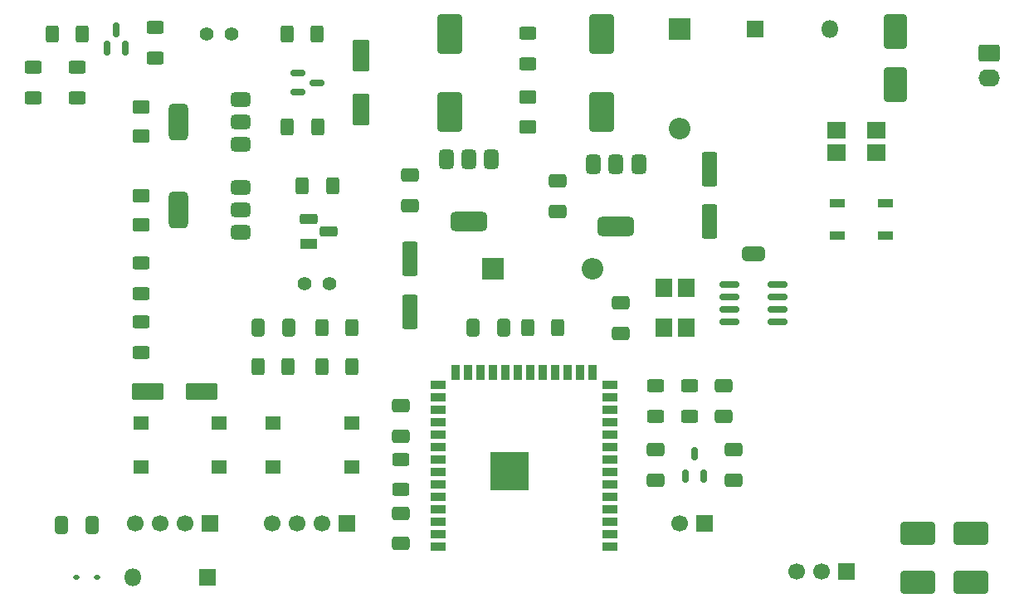
<source format=gbr>
%TF.GenerationSoftware,KiCad,Pcbnew,9.0.1*%
%TF.CreationDate,2025-05-10T22:15:22+02:00*%
%TF.ProjectId,Workcross-ReverseCam,576f726b-6372-46f7-9373-2d5265766572,rev?*%
%TF.SameCoordinates,Original*%
%TF.FileFunction,Soldermask,Bot*%
%TF.FilePolarity,Negative*%
%FSLAX46Y46*%
G04 Gerber Fmt 4.6, Leading zero omitted, Abs format (unit mm)*
G04 Created by KiCad (PCBNEW 9.0.1) date 2025-05-10 22:15:22*
%MOMM*%
%LPD*%
G01*
G04 APERTURE LIST*
G04 Aperture macros list*
%AMRoundRect*
0 Rectangle with rounded corners*
0 $1 Rounding radius*
0 $2 $3 $4 $5 $6 $7 $8 $9 X,Y pos of 4 corners*
0 Add a 4 corners polygon primitive as box body*
4,1,4,$2,$3,$4,$5,$6,$7,$8,$9,$2,$3,0*
0 Add four circle primitives for the rounded corners*
1,1,$1+$1,$2,$3*
1,1,$1+$1,$4,$5*
1,1,$1+$1,$6,$7*
1,1,$1+$1,$8,$9*
0 Add four rect primitives between the rounded corners*
20,1,$1+$1,$2,$3,$4,$5,0*
20,1,$1+$1,$4,$5,$6,$7,0*
20,1,$1+$1,$6,$7,$8,$9,0*
20,1,$1+$1,$8,$9,$2,$3,0*%
%AMFreePoly0*
4,1,23,0.500000,-0.750000,0.000000,-0.750000,0.000000,-0.745722,-0.065263,-0.745722,-0.191342,-0.711940,-0.304381,-0.646677,-0.396677,-0.554381,-0.461940,-0.441342,-0.495722,-0.315263,-0.495722,-0.250000,-0.500000,-0.250000,-0.500000,0.250000,-0.495722,0.250000,-0.495722,0.315263,-0.461940,0.441342,-0.396677,0.554381,-0.304381,0.646677,-0.191342,0.711940,-0.065263,0.745722,0.000000,0.745722,
0.000000,0.750000,0.500000,0.750000,0.500000,-0.750000,0.500000,-0.750000,$1*%
%AMFreePoly1*
4,1,23,0.000000,0.745722,0.065263,0.745722,0.191342,0.711940,0.304381,0.646677,0.396677,0.554381,0.461940,0.441342,0.495722,0.315263,0.495722,0.250000,0.500000,0.250000,0.500000,-0.250000,0.495722,-0.250000,0.495722,-0.315263,0.461940,-0.441342,0.396677,-0.554381,0.304381,-0.646677,0.191342,-0.711940,0.065263,-0.745722,0.000000,-0.745722,0.000000,-0.750000,-0.500000,-0.750000,
-0.500000,0.750000,0.000000,0.750000,0.000000,0.745722,0.000000,0.745722,$1*%
G04 Aperture macros list end*
%ADD10R,1.850000X1.700000*%
%ADD11R,1.700000X1.850000*%
%ADD12C,1.400000*%
%ADD13RoundRect,0.150000X0.150000X-0.512500X0.150000X0.512500X-0.150000X0.512500X-0.150000X-0.512500X0*%
%ADD14R,1.600000X1.400000*%
%ADD15RoundRect,0.375000X-0.375000X0.625000X-0.375000X-0.625000X0.375000X-0.625000X0.375000X0.625000X0*%
%ADD16RoundRect,0.500000X-1.400000X0.500000X-1.400000X-0.500000X1.400000X-0.500000X1.400000X0.500000X0*%
%ADD17RoundRect,0.250000X-1.000000X1.750000X-1.000000X-1.750000X1.000000X-1.750000X1.000000X1.750000X0*%
%ADD18RoundRect,0.250000X0.650000X-0.412500X0.650000X0.412500X-0.650000X0.412500X-0.650000X-0.412500X0*%
%ADD19RoundRect,0.250000X0.550000X-1.500000X0.550000X1.500000X-0.550000X1.500000X-0.550000X-1.500000X0*%
%ADD20RoundRect,0.375000X0.625000X0.375000X-0.625000X0.375000X-0.625000X-0.375000X0.625000X-0.375000X0*%
%ADD21RoundRect,0.500000X0.500000X1.400000X-0.500000X1.400000X-0.500000X-1.400000X0.500000X-1.400000X0*%
%ADD22RoundRect,0.090000X0.660000X0.360000X-0.660000X0.360000X-0.660000X-0.360000X0.660000X-0.360000X0*%
%ADD23RoundRect,0.250000X0.400000X0.625000X-0.400000X0.625000X-0.400000X-0.625000X0.400000X-0.625000X0*%
%ADD24RoundRect,0.250000X-0.400000X-0.625000X0.400000X-0.625000X0.400000X0.625000X-0.400000X0.625000X0*%
%ADD25RoundRect,0.250000X1.500000X0.900000X-1.500000X0.900000X-1.500000X-0.900000X1.500000X-0.900000X0*%
%ADD26R,1.700000X1.700000*%
%ADD27C,1.700000*%
%ADD28RoundRect,0.250000X-0.845000X0.620000X-0.845000X-0.620000X0.845000X-0.620000X0.845000X0.620000X0*%
%ADD29O,2.190000X1.740000*%
%ADD30RoundRect,0.250000X0.600000X-1.400000X0.600000X1.400000X-0.600000X1.400000X-0.600000X-1.400000X0*%
%ADD31R,1.800000X1.100000*%
%ADD32RoundRect,0.275000X0.625000X-0.275000X0.625000X0.275000X-0.625000X0.275000X-0.625000X-0.275000X0*%
%ADD33R,1.500000X0.900000*%
%ADD34R,0.900000X1.500000*%
%ADD35C,0.600000*%
%ADD36R,3.900000X3.900000*%
%ADD37RoundRect,0.250000X-0.625000X0.400000X-0.625000X-0.400000X0.625000X-0.400000X0.625000X0.400000X0*%
%ADD38RoundRect,0.250000X-0.550000X1.500000X-0.550000X-1.500000X0.550000X-1.500000X0.550000X1.500000X0*%
%ADD39RoundRect,0.250000X0.625000X-0.400000X0.625000X0.400000X-0.625000X0.400000X-0.625000X-0.400000X0*%
%ADD40FreePoly0,0.000000*%
%ADD41FreePoly1,0.000000*%
%ADD42RoundRect,0.250000X0.412500X0.650000X-0.412500X0.650000X-0.412500X-0.650000X0.412500X-0.650000X0*%
%ADD43RoundRect,0.250000X-0.650000X0.412500X-0.650000X-0.412500X0.650000X-0.412500X0.650000X0.412500X0*%
%ADD44RoundRect,0.150000X0.825000X0.150000X-0.825000X0.150000X-0.825000X-0.150000X0.825000X-0.150000X0*%
%ADD45RoundRect,0.150000X-0.587500X-0.150000X0.587500X-0.150000X0.587500X0.150000X-0.587500X0.150000X0*%
%ADD46RoundRect,0.250000X0.900000X-1.500000X0.900000X1.500000X-0.900000X1.500000X-0.900000X-1.500000X0*%
%ADD47RoundRect,0.250001X-0.624999X0.462499X-0.624999X-0.462499X0.624999X-0.462499X0.624999X0.462499X0*%
%ADD48RoundRect,0.150000X0.150000X-0.587500X0.150000X0.587500X-0.150000X0.587500X-0.150000X-0.587500X0*%
%ADD49RoundRect,0.250000X-0.412500X-0.650000X0.412500X-0.650000X0.412500X0.650000X-0.412500X0.650000X0*%
%ADD50RoundRect,0.112500X-0.187500X-0.112500X0.187500X-0.112500X0.187500X0.112500X-0.187500X0.112500X0*%
%ADD51R,2.200000X2.200000*%
%ADD52O,2.200000X2.200000*%
%ADD53R,1.800000X1.800000*%
%ADD54O,1.800000X1.800000*%
%ADD55RoundRect,0.250000X-1.400000X-0.600000X1.400000X-0.600000X1.400000X0.600000X-1.400000X0.600000X0*%
G04 APERTURE END LIST*
%TO.C,JP3*%
G36*
X173350000Y-77250000D02*
G01*
X173650000Y-77250000D01*
X173650000Y-75750000D01*
X173350000Y-75750000D01*
X173350000Y-77250000D01*
G37*
%TD*%
D10*
%TO.C,FL2*%
X186025000Y-66150000D03*
X181975000Y-66150000D03*
X181975000Y-63850000D03*
X186025000Y-63850000D03*
%TD*%
D11*
%TO.C,FL1*%
X166650000Y-79975000D03*
X166650000Y-84025000D03*
X164350000Y-84025000D03*
X164350000Y-79975000D03*
%TD*%
D12*
%TO.C,JP1*%
X117750000Y-54000000D03*
X120290000Y-54000000D03*
%TD*%
D13*
%TO.C,D22*%
X168450000Y-99137500D03*
X166550000Y-99137500D03*
X167500000Y-96862500D03*
%TD*%
D14*
%TO.C,SW1*%
X132500000Y-93750000D03*
X124500000Y-93750000D03*
X132500000Y-98250000D03*
X124500000Y-98250000D03*
%TD*%
D15*
%TO.C,U3*%
X142200000Y-66850000D03*
X144500000Y-66850000D03*
D16*
X144500000Y-73150000D03*
D15*
X146800000Y-66850000D03*
%TD*%
D17*
%TO.C,C5*%
X142500000Y-54000000D03*
X142500000Y-62000000D03*
%TD*%
D18*
%TO.C,C10*%
X170500000Y-93062500D03*
X170500000Y-89937500D03*
%TD*%
D19*
%TO.C,C4*%
X169000000Y-73200000D03*
X169000000Y-67800000D03*
%TD*%
D20*
%TO.C,Q1*%
X121150000Y-60700000D03*
X121150000Y-63000000D03*
D21*
X114850000Y-63000000D03*
D20*
X121150000Y-65300000D03*
%TD*%
D22*
%TO.C,D21*%
X186950000Y-71350000D03*
X186950000Y-74650000D03*
X182050000Y-74650000D03*
X182050000Y-71350000D03*
%TD*%
D23*
%TO.C,R18*%
X126050000Y-88000000D03*
X122950000Y-88000000D03*
%TD*%
D18*
%TO.C,C2*%
X153500000Y-72125000D03*
X153500000Y-69000000D03*
%TD*%
%TO.C,C6*%
X138500000Y-71562500D03*
X138500000Y-68437500D03*
%TD*%
D12*
%TO.C,JP2*%
X130250000Y-79500000D03*
X127710000Y-79500000D03*
%TD*%
D24*
%TO.C,R14*%
X129450000Y-88000000D03*
X132550000Y-88000000D03*
%TD*%
D25*
%TO.C,D12*%
X195700000Y-110000000D03*
X190300000Y-110000000D03*
%TD*%
D26*
%TO.C,J3*%
X183000000Y-108885000D03*
D27*
X180460000Y-108885000D03*
X177920000Y-108885000D03*
%TD*%
D26*
%TO.C,J2*%
X132040000Y-104000000D03*
D27*
X129500000Y-104000000D03*
X126960000Y-104000000D03*
X124420000Y-104000000D03*
%TD*%
D28*
%TO.C,J1*%
X197520000Y-56000000D03*
D29*
X197520000Y-58540000D03*
%TD*%
D30*
%TO.C,D14*%
X133500000Y-61750000D03*
X133500000Y-56250000D03*
%TD*%
D15*
%TO.C,U2*%
X157200000Y-67350000D03*
X159500000Y-67350000D03*
D16*
X159500000Y-73650000D03*
D15*
X161800000Y-67350000D03*
%TD*%
D31*
%TO.C,U6*%
X128100000Y-75500000D03*
D32*
X130170000Y-74230000D03*
X128100000Y-72960000D03*
%TD*%
D24*
%TO.C,R6*%
X127450000Y-69500000D03*
X130550000Y-69500000D03*
%TD*%
D33*
%TO.C,U1*%
X141350000Y-106350000D03*
X141350000Y-105080000D03*
X141350000Y-103810000D03*
X141350000Y-102540000D03*
X141350000Y-101270000D03*
X141350000Y-100000000D03*
X141350000Y-98730000D03*
X141350000Y-97460000D03*
X141350000Y-96190000D03*
X141350000Y-94920000D03*
X141350000Y-93650000D03*
X141350000Y-92380000D03*
X141350000Y-91110000D03*
X141350000Y-89840000D03*
D34*
X143115000Y-88590000D03*
X144385000Y-88590000D03*
X145655000Y-88590000D03*
X146925000Y-88590000D03*
X148195000Y-88590000D03*
X149465000Y-88590000D03*
X150735000Y-88590000D03*
X152005000Y-88590000D03*
X153275000Y-88590000D03*
X154545000Y-88590000D03*
X155815000Y-88590000D03*
X157085000Y-88590000D03*
D33*
X158850000Y-89840000D03*
X158850000Y-91110000D03*
X158850000Y-92380000D03*
X158850000Y-93650000D03*
X158850000Y-94920000D03*
X158850000Y-96190000D03*
X158850000Y-97460000D03*
X158850000Y-98730000D03*
X158850000Y-100000000D03*
X158850000Y-101270000D03*
X158850000Y-102540000D03*
X158850000Y-103810000D03*
X158850000Y-105080000D03*
X158850000Y-106350000D03*
D35*
X147200000Y-97930000D03*
X147200000Y-99330000D03*
X147900000Y-97230000D03*
X147900000Y-98630000D03*
X147900000Y-100030000D03*
X148600000Y-97930000D03*
D36*
X148600000Y-98630000D03*
D35*
X148600000Y-99330000D03*
X149300000Y-97230000D03*
X149300000Y-98630000D03*
X149300000Y-100030000D03*
X150000000Y-97930000D03*
X150000000Y-99330000D03*
%TD*%
D37*
%TO.C,R8*%
X112500000Y-53400000D03*
X112500000Y-56500000D03*
%TD*%
D38*
%TO.C,C7*%
X138500000Y-77000000D03*
X138500000Y-82400000D03*
%TD*%
D39*
%TO.C,R12*%
X111000000Y-86550000D03*
X111000000Y-83450000D03*
%TD*%
D24*
%TO.C,R9*%
X129450000Y-84000000D03*
X132550000Y-84000000D03*
%TD*%
D37*
%TO.C,R16*%
X150500000Y-53950000D03*
X150500000Y-57050000D03*
%TD*%
D24*
%TO.C,R11*%
X101950000Y-54000000D03*
X105050000Y-54000000D03*
%TD*%
D40*
%TO.C,JP3*%
X172850000Y-76500000D03*
D41*
X174150000Y-76500000D03*
%TD*%
D42*
%TO.C,C1*%
X106062500Y-104200000D03*
X102937500Y-104200000D03*
%TD*%
D43*
%TO.C,C8*%
X160000000Y-81437500D03*
X160000000Y-84562500D03*
%TD*%
D18*
%TO.C,C12*%
X137500000Y-106062500D03*
X137500000Y-102937500D03*
%TD*%
%TO.C,C15*%
X163500000Y-99562500D03*
X163500000Y-96437500D03*
%TD*%
D23*
%TO.C,R13*%
X129050000Y-63500000D03*
X125950000Y-63500000D03*
%TD*%
D44*
%TO.C,U4*%
X175975000Y-79595000D03*
X175975000Y-80865000D03*
X175975000Y-82135000D03*
X175975000Y-83405000D03*
X171025000Y-83405000D03*
X171025000Y-82135000D03*
X171025000Y-80865000D03*
X171025000Y-79595000D03*
%TD*%
D45*
%TO.C,Q4*%
X127062500Y-59950000D03*
X127062500Y-58050000D03*
X128937500Y-59000000D03*
%TD*%
D46*
%TO.C,D7*%
X188000000Y-59200000D03*
X188000000Y-53800000D03*
%TD*%
D47*
%TO.C,D2*%
X111000000Y-70512500D03*
X111000000Y-73487500D03*
%TD*%
D48*
%TO.C,Q3*%
X109450000Y-55500000D03*
X107550000Y-55500000D03*
X108500000Y-53625000D03*
%TD*%
D47*
%TO.C,D1*%
X111000000Y-61512500D03*
X111000000Y-64487500D03*
%TD*%
D49*
%TO.C,C14*%
X144937500Y-84000000D03*
X148062500Y-84000000D03*
%TD*%
%TO.C,C13*%
X122937500Y-84000000D03*
X126062500Y-84000000D03*
%TD*%
D24*
%TO.C,R10*%
X125900000Y-54000000D03*
X129000000Y-54000000D03*
%TD*%
D50*
%TO.C,D3*%
X104450000Y-109500000D03*
X106550000Y-109500000D03*
%TD*%
D20*
%TO.C,Q2*%
X121150000Y-69700000D03*
X121150000Y-72000000D03*
D21*
X114850000Y-72000000D03*
D20*
X121150000Y-74300000D03*
%TD*%
D51*
%TO.C,D10*%
X146920000Y-78000000D03*
D52*
X157080000Y-78000000D03*
%TD*%
D24*
%TO.C,R19*%
X150450000Y-84000000D03*
X153550000Y-84000000D03*
%TD*%
D37*
%TO.C,R5*%
X100000000Y-57450000D03*
X100000000Y-60550000D03*
%TD*%
D51*
%TO.C,D9*%
X166000000Y-53500000D03*
D52*
X166000000Y-63660000D03*
%TD*%
D47*
%TO.C,D20*%
X150500000Y-60512500D03*
X150500000Y-63487500D03*
%TD*%
D26*
%TO.C,J4*%
X118040000Y-104000000D03*
D27*
X115500000Y-104000000D03*
X112960000Y-104000000D03*
X110420000Y-104000000D03*
%TD*%
D18*
%TO.C,C11*%
X137500000Y-95062500D03*
X137500000Y-91937500D03*
%TD*%
D53*
%TO.C,D8*%
X173690000Y-53500000D03*
D54*
X181310000Y-53500000D03*
%TD*%
D53*
%TO.C,D13*%
X117810000Y-109500000D03*
D54*
X110190000Y-109500000D03*
%TD*%
D25*
%TO.C,D11*%
X195700000Y-105000000D03*
X190300000Y-105000000D03*
%TD*%
D26*
%TO.C,J5*%
X168500000Y-104000000D03*
D27*
X165960000Y-104000000D03*
%TD*%
D39*
%TO.C,R3*%
X163500000Y-93050000D03*
X163500000Y-89950000D03*
%TD*%
%TO.C,R7*%
X111000000Y-80550000D03*
X111000000Y-77450000D03*
%TD*%
D55*
%TO.C,D15*%
X111750000Y-90500000D03*
X117250000Y-90500000D03*
%TD*%
D37*
%TO.C,R15*%
X104500000Y-57450000D03*
X104500000Y-60550000D03*
%TD*%
D39*
%TO.C,R1*%
X167000000Y-93050000D03*
X167000000Y-89950000D03*
%TD*%
D14*
%TO.C,SW2*%
X119000000Y-93750000D03*
X111000000Y-93750000D03*
X119000000Y-98250000D03*
X111000000Y-98250000D03*
%TD*%
D18*
%TO.C,C16*%
X171500000Y-99562500D03*
X171500000Y-96437500D03*
%TD*%
D39*
%TO.C,R17*%
X137500000Y-100550000D03*
X137500000Y-97450000D03*
%TD*%
D17*
%TO.C,C3*%
X158000000Y-54000000D03*
X158000000Y-62000000D03*
%TD*%
M02*

</source>
